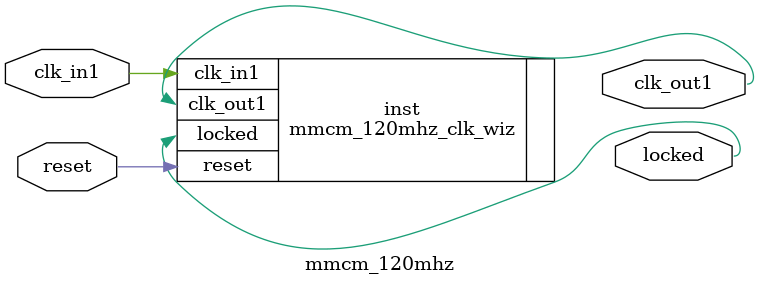
<source format=v>


`timescale 1ps/1ps

(* CORE_GENERATION_INFO = "mmcm_120mhz,clk_wiz_v6_0_11_0_0,{component_name=mmcm_120mhz,use_phase_alignment=true,use_min_o_jitter=false,use_max_i_jitter=false,use_dyn_phase_shift=false,use_inclk_switchover=false,use_dyn_reconfig=false,enable_axi=0,feedback_source=FDBK_AUTO,PRIMITIVE=MMCM,num_out_clk=1,clkin1_period=83.333,clkin2_period=10.0,use_power_down=false,use_reset=true,use_locked=true,use_inclk_stopped=false,feedback_type=SINGLE,CLOCK_MGR_TYPE=NA,manual_override=false}" *)

module mmcm_120mhz 
 (
  // Clock out ports
  output        clk_out1,
  // Status and control signals
  input         reset,
  output        locked,
 // Clock in ports
  input         clk_in1
 );

  mmcm_120mhz_clk_wiz inst
  (
  // Clock out ports  
  .clk_out1(clk_out1),
  // Status and control signals               
  .reset(reset), 
  .locked(locked),
 // Clock in ports
  .clk_in1(clk_in1)
  );

endmodule

</source>
